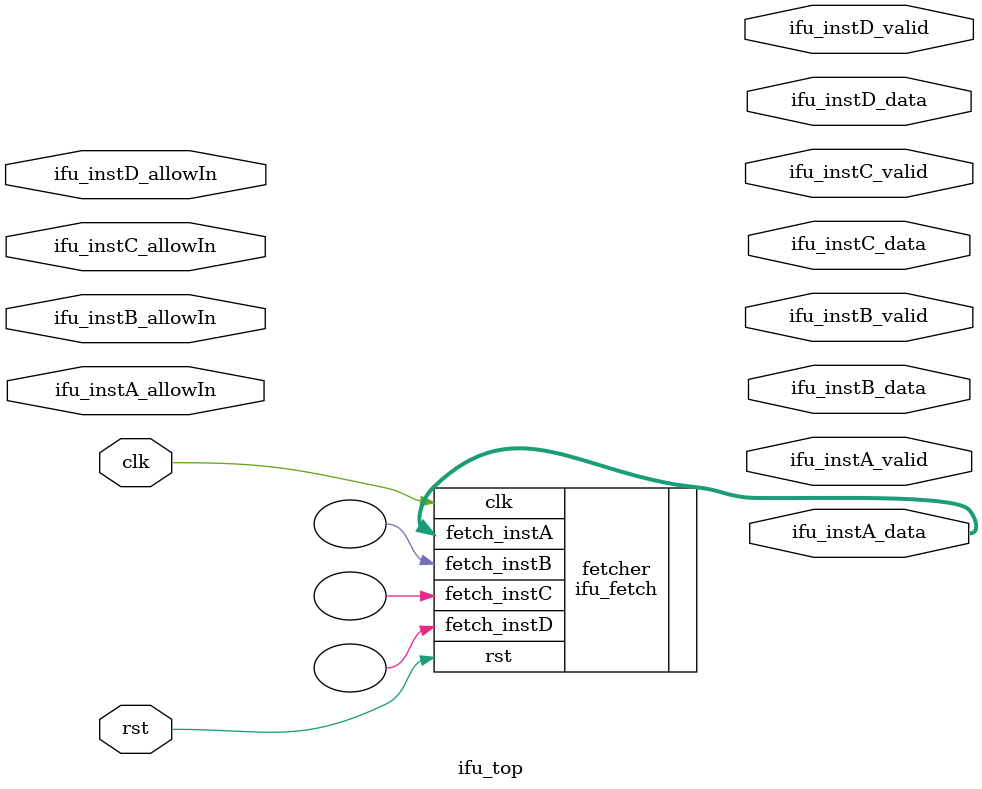
<source format=sv>
module ifu_top(
  input               clk,
  input               rst,
  output logic        ifu_instA_valid,
  input  logic        ifu_instA_allowIn,
  output logic [31:0] ifu_instA_data,
  output logic        ifu_instB_valid,
  input  logic        ifu_instB_allowIn,
  output logic [31:0] ifu_instB_data,
  output logic        ifu_instC_valid,
  input  logic        ifu_instC_allowIn,
  output logic [31:0] ifu_instC_data,
  output logic        ifu_instD_valid,
  input  logic        ifu_instD_allowIn,
  output logic [31:0] ifu_instD_data
);


ifu_fetch
fetcher(
  .clk(clk),
  .rst(rst),
  .fetch_instA(ifu_instA_data),
  .fetch_instB(),
  .fetch_instC(),
  .fetch_instD()
);

endmodule
</source>
